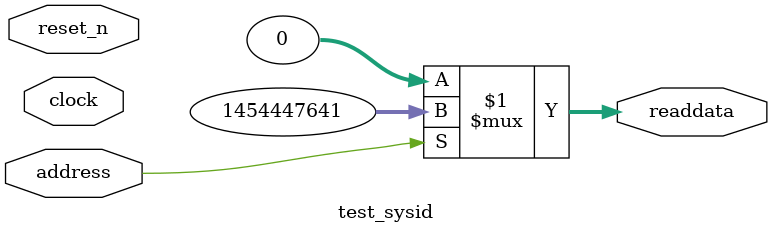
<source format=v>



// synthesis translate_off
`timescale 1ns / 1ps
// synthesis translate_on

// turn off superfluous verilog processor warnings 
// altera message_level Level1 
// altera message_off 10034 10035 10036 10037 10230 10240 10030 

module test_sysid (
               // inputs:
                address,
                clock,
                reset_n,

               // outputs:
                readdata
             )
;

  output  [ 31: 0] readdata;
  input            address;
  input            clock;
  input            reset_n;

  wire    [ 31: 0] readdata;
  //control_slave, which is an e_avalon_slave
  assign readdata = address ? 1454447641 : 0;

endmodule




</source>
